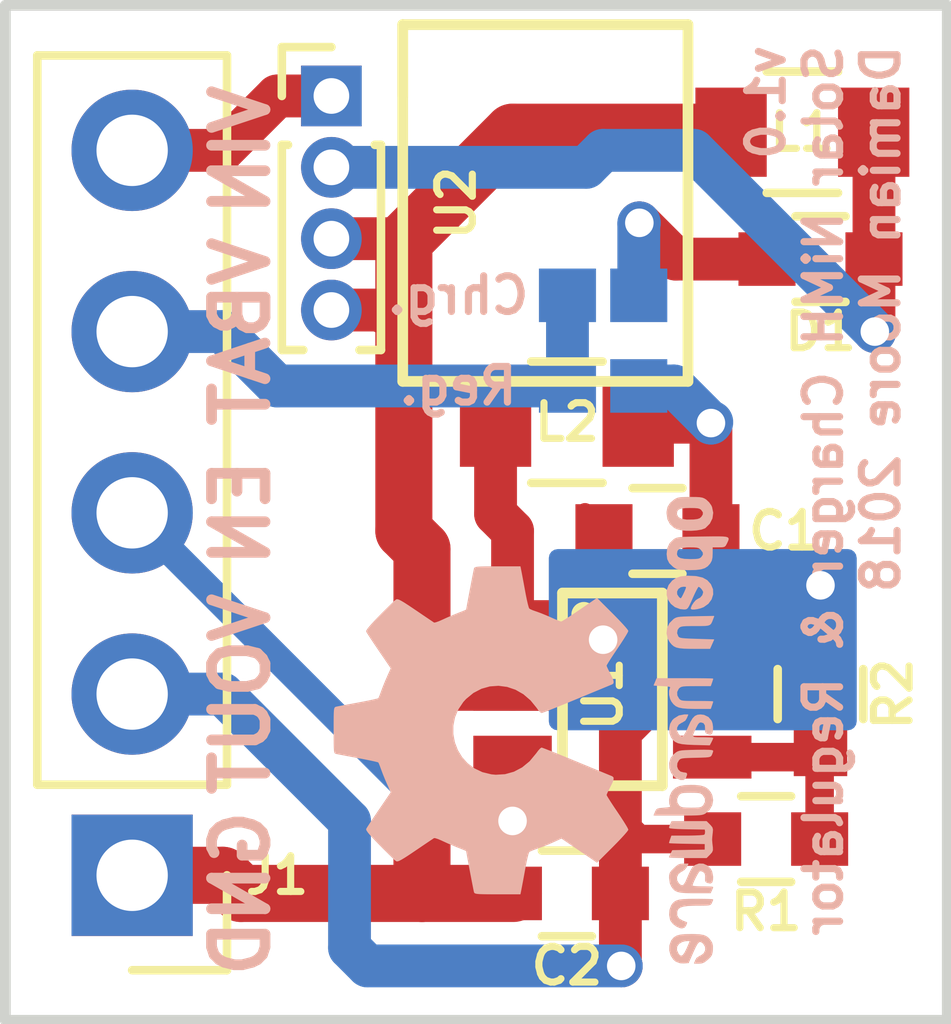
<source format=kicad_pcb>
(kicad_pcb (version 4) (host pcbnew 4.0.7-e2-6376~61~ubuntu18.04.1)

  (general
    (links 23)
    (no_connects 0)
    (area 135.052999 100.762999 148.411001 115.137001)
    (thickness 1.6)
    (drawings 10)
    (tracks 88)
    (zones 0)
    (modules 13)
    (nets 11)
  )

  (page A4)
  (layers
    (0 F.Cu signal)
    (31 B.Cu signal)
    (32 B.Adhes user)
    (33 F.Adhes user)
    (34 B.Paste user)
    (35 F.Paste user)
    (36 B.SilkS user)
    (37 F.SilkS user)
    (38 B.Mask user)
    (39 F.Mask user)
    (40 Dwgs.User user)
    (41 Cmts.User user)
    (42 Eco1.User user)
    (43 Eco2.User user)
    (44 Edge.Cuts user)
    (45 Margin user)
    (46 B.CrtYd user hide)
    (47 F.CrtYd user hide)
    (48 B.Fab user hide)
    (49 F.Fab user hide)
  )

  (setup
    (last_trace_width 0.25)
    (user_trace_width 0.4)
    (user_trace_width 0.6)
    (user_trace_width 0.8)
    (trace_clearance 0.2)
    (zone_clearance 0.25)
    (zone_45_only no)
    (trace_min 0.2)
    (segment_width 0.2)
    (edge_width 0.15)
    (via_size 0.6)
    (via_drill 0.4)
    (via_min_size 0.4)
    (via_min_drill 0.3)
    (uvia_size 0.3)
    (uvia_drill 0.1)
    (uvias_allowed no)
    (uvia_min_size 0.2)
    (uvia_min_drill 0.1)
    (pcb_text_width 0.3)
    (pcb_text_size 1.5 1.5)
    (mod_edge_width 0.15)
    (mod_text_size 1 1)
    (mod_text_width 0.15)
    (pad_size 2.49936 2.49936)
    (pad_drill 1.00076)
    (pad_to_mask_clearance 0.2)
    (aux_axis_origin 0 0)
    (visible_elements FFFFFF7F)
    (pcbplotparams
      (layerselection 0x00030_80000001)
      (usegerberextensions false)
      (excludeedgelayer true)
      (linewidth 0.100000)
      (plotframeref false)
      (viasonmask false)
      (mode 1)
      (useauxorigin false)
      (hpglpennumber 1)
      (hpglpenspeed 20)
      (hpglpendiameter 15)
      (hpglpenoverlay 2)
      (psnegative false)
      (psa4output false)
      (plotreference true)
      (plotvalue true)
      (plotinvisibletext false)
      (padsonsilk false)
      (subtractmaskfromsilk false)
      (outputformat 1)
      (mirror false)
      (drillshape 1)
      (scaleselection 1)
      (outputdirectory ""))
  )

  (net 0 "")
  (net 1 GND)
  (net 2 "Net-(R1-Pad2)")
  (net 3 VOUT)
  (net 4 EN)
  (net 5 VIN)
  (net 6 "Net-(D1-Pad2)")
  (net 7 VBAT)
  (net 8 "Net-(C1-Pad1)")
  (net 9 "Net-(D1-Pad1)")
  (net 10 "Net-(L2-Pad2)")

  (net_class Default "This is the default net class."
    (clearance 0.2)
    (trace_width 0.25)
    (via_dia 0.6)
    (via_drill 0.4)
    (uvia_dia 0.3)
    (uvia_drill 0.1)
    (add_net EN)
    (add_net GND)
    (add_net "Net-(C1-Pad1)")
    (add_net "Net-(D1-Pad1)")
    (add_net "Net-(D1-Pad2)")
    (add_net "Net-(L2-Pad2)")
    (add_net "Net-(R1-Pad2)")
    (add_net VBAT)
    (add_net VIN)
    (add_net VOUT)
  )

  (module Pin_Headers:Pin_Header_Straight_1x05_Pitch2.54mm (layer F.Cu) (tedit 5B05AA93) (tstamp 5B030E5B)
    (at 136.906 113.03 180)
    (descr "Through hole straight pin header, 1x05, 2.54mm pitch, single row")
    (tags "Through hole pin header THT 1x05 2.54mm single row")
    (path /5B0272E6)
    (fp_text reference J1 (at -2.032 0 180) (layer F.SilkS)
      (effects (font (size 0.5 0.5) (thickness 0.1)))
    )
    (fp_text value Conn_01x05 (at 2.794 5.08 270) (layer F.Fab)
      (effects (font (size 1 1) (thickness 0.15)))
    )
    (fp_line (start -0.635 -1.27) (end 1.27 -1.27) (layer F.Fab) (width 0.1))
    (fp_line (start 1.27 -1.27) (end 1.27 11.43) (layer F.Fab) (width 0.1))
    (fp_line (start 1.27 11.43) (end -1.27 11.43) (layer F.Fab) (width 0.1))
    (fp_line (start -1.27 11.43) (end -1.27 -0.635) (layer F.Fab) (width 0.1))
    (fp_line (start -1.27 -0.635) (end -0.635 -1.27) (layer F.Fab) (width 0.1))
    (fp_line (start -1.33 11.49) (end 1.33 11.49) (layer F.SilkS) (width 0.12))
    (fp_line (start -1.33 1.27) (end -1.33 11.49) (layer F.SilkS) (width 0.12))
    (fp_line (start 1.33 1.27) (end 1.33 11.49) (layer F.SilkS) (width 0.12))
    (fp_line (start -1.33 1.27) (end 1.33 1.27) (layer F.SilkS) (width 0.12))
    (fp_line (start -1.33 0) (end -1.33 -1.33) (layer F.SilkS) (width 0.12))
    (fp_line (start -1.33 -1.33) (end 0 -1.33) (layer F.SilkS) (width 0.12))
    (fp_line (start -1.8 -1.8) (end -1.8 11.95) (layer F.CrtYd) (width 0.05))
    (fp_line (start -1.8 11.95) (end 1.8 11.95) (layer F.CrtYd) (width 0.05))
    (fp_line (start 1.8 11.95) (end 1.8 -1.8) (layer F.CrtYd) (width 0.05))
    (fp_line (start 1.8 -1.8) (end -1.8 -1.8) (layer F.CrtYd) (width 0.05))
    (fp_text user %R (at 0 5.08 270) (layer F.Fab)
      (effects (font (size 1 1) (thickness 0.15)))
    )
    (pad 1 thru_hole rect (at 0 0 180) (size 1.7 1.7) (drill 1) (layers *.Cu *.Mask)
      (net 1 GND))
    (pad 2 thru_hole oval (at 0 2.54 180) (size 1.7 1.7) (drill 1) (layers *.Cu *.Mask)
      (net 3 VOUT))
    (pad 3 thru_hole oval (at 0 5.08 180) (size 1.7 1.7) (drill 1) (layers *.Cu *.Mask)
      (net 4 EN))
    (pad 4 thru_hole oval (at 0 7.62 180) (size 1.7 1.7) (drill 1) (layers *.Cu *.Mask)
      (net 7 VBAT))
    (pad 5 thru_hole oval (at 0 10.16 180) (size 1.7 1.7) (drill 1) (layers *.Cu *.Mask)
      (net 5 VIN))
    (model ${KISYS3DMOD}/Pin_Headers.3dshapes/Pin_Header_Straight_1x05_Pitch2.54mm.wrl
      (at (xyz 0 0 0))
      (scale (xyz 1 1 1))
      (rotate (xyz 0 0 0))
    )
  )

  (module Capacitors_SMD:C_0603 (layer F.Cu) (tedit 5B06710F) (tstamp 5B066EF3)
    (at 146.558 110.49 90)
    (descr "Capacitor SMD 0603, reflow soldering, AVX (see smccp.pdf)")
    (tags "capacitor 0603")
    (path /5B017DC4)
    (attr smd)
    (fp_text reference R2 (at 0 1.016 90) (layer F.SilkS)
      (effects (font (size 0.5 0.5) (thickness 0.1)))
    )
    (fp_text value R (at 0 0 90) (layer F.Fab)
      (effects (font (size 1 1) (thickness 0.15)))
    )
    (fp_line (start 1.4 0.65) (end -1.4 0.65) (layer F.CrtYd) (width 0.05))
    (fp_line (start 1.4 0.65) (end 1.4 -0.65) (layer F.CrtYd) (width 0.05))
    (fp_line (start -1.4 -0.65) (end -1.4 0.65) (layer F.CrtYd) (width 0.05))
    (fp_line (start -1.4 -0.65) (end 1.4 -0.65) (layer F.CrtYd) (width 0.05))
    (fp_line (start 0.35 0.6) (end -0.35 0.6) (layer F.SilkS) (width 0.12))
    (fp_line (start -0.35 -0.6) (end 0.35 -0.6) (layer F.SilkS) (width 0.12))
    (fp_line (start -0.8 -0.4) (end 0.8 -0.4) (layer F.Fab) (width 0.1))
    (fp_line (start 0.8 -0.4) (end 0.8 0.4) (layer F.Fab) (width 0.1))
    (fp_line (start 0.8 0.4) (end -0.8 0.4) (layer F.Fab) (width 0.1))
    (fp_line (start -0.8 0.4) (end -0.8 -0.4) (layer F.Fab) (width 0.1))
    (fp_text user %R (at 0 0 90) (layer F.Fab)
      (effects (font (size 0.3 0.3) (thickness 0.075)))
    )
    (pad 2 smd rect (at 0.75 0 90) (size 0.8 0.75) (layers F.Cu F.Paste F.Mask)
      (net 1 GND))
    (pad 1 smd rect (at -0.75 0 90) (size 0.8 0.75) (layers F.Cu F.Paste F.Mask)
      (net 2 "Net-(R1-Pad2)"))
    (model Capacitors_SMD.3dshapes/C_0603.wrl
      (at (xyz 0 0 0))
      (scale (xyz 1 1 1))
      (rotate (xyz 0 0 0))
    )
  )

  (module kicad-custom-parts:SOT-23-6 (layer F.Cu) (tedit 5B067124) (tstamp 5B05A658)
    (at 142.24 109.474 270)
    (path /5B0DAF35)
    (fp_text reference U1 (at 1.016 -1.27 270) (layer F.SilkS)
      (effects (font (size 0.5 0.5) (thickness 0.1)))
    )
    (fp_text value TPS61070 (at 0.762 -7.112 270) (layer F.Fab)
      (effects (font (size 1 1) (thickness 0.15)))
    )
    (fp_circle (center -0.1 -1) (end -0.1 -0.9) (layer F.SilkS) (width 0.15))
    (fp_line (start -0.4 -2.1) (end 2.3 -2.1) (layer F.SilkS) (width 0.15))
    (fp_line (start 2.3 -2.1) (end 2.3 -0.7) (layer F.SilkS) (width 0.15))
    (fp_line (start 2.3 -0.7) (end -0.4 -0.7) (layer F.SilkS) (width 0.15))
    (fp_line (start -0.4 -0.7) (end -0.4 -2.1) (layer F.SilkS) (width 0.15))
    (pad 1 smd rect (at 0 0 270) (size 0.6 1.1) (layers F.Cu F.Paste F.Mask)
      (net 10 "Net-(L2-Pad2)"))
    (pad 2 smd rect (at 0.95 0 270) (size 0.6 1.1) (layers F.Cu F.Paste F.Mask)
      (net 1 GND))
    (pad 3 smd rect (at 1.9 0 270) (size 0.6 1.1) (layers F.Cu F.Paste F.Mask)
      (net 4 EN))
    (pad 4 smd rect (at 1.9 -2.8 270) (size 0.6 1.1) (layers F.Cu F.Paste F.Mask)
      (net 2 "Net-(R1-Pad2)"))
    (pad 5 smd rect (at 0.95 -2.8 270) (size 0.6 1.1) (layers F.Cu F.Paste F.Mask)
      (net 3 VOUT))
    (pad 6 smd rect (at 0 -2.8 270) (size 0.6 1.1) (layers F.Cu F.Paste F.Mask)
      (net 8 "Net-(C1-Pad1)"))
  )

  (module Capacitors_SMD:C_0603 (layer F.Cu) (tedit 5B0AB9DE) (tstamp 5B066EDB)
    (at 144.272 108.204 180)
    (descr "Capacitor SMD 0603, reflow soldering, AVX (see smccp.pdf)")
    (tags "capacitor 0603")
    (path /5B017BBC)
    (attr smd)
    (fp_text reference C1 (at -1.778 0 180) (layer F.SilkS)
      (effects (font (size 0.5 0.5) (thickness 0.1)))
    )
    (fp_text value C (at 0 0 180) (layer F.Fab)
      (effects (font (size 1 1) (thickness 0.15)))
    )
    (fp_line (start 1.4 0.65) (end -1.4 0.65) (layer F.CrtYd) (width 0.05))
    (fp_line (start 1.4 0.65) (end 1.4 -0.65) (layer F.CrtYd) (width 0.05))
    (fp_line (start -1.4 -0.65) (end -1.4 0.65) (layer F.CrtYd) (width 0.05))
    (fp_line (start -1.4 -0.65) (end 1.4 -0.65) (layer F.CrtYd) (width 0.05))
    (fp_line (start 0.35 0.6) (end -0.35 0.6) (layer F.SilkS) (width 0.12))
    (fp_line (start -0.35 -0.6) (end 0.35 -0.6) (layer F.SilkS) (width 0.12))
    (fp_line (start -0.8 -0.4) (end 0.8 -0.4) (layer F.Fab) (width 0.1))
    (fp_line (start 0.8 -0.4) (end 0.8 0.4) (layer F.Fab) (width 0.1))
    (fp_line (start 0.8 0.4) (end -0.8 0.4) (layer F.Fab) (width 0.1))
    (fp_line (start -0.8 0.4) (end -0.8 -0.4) (layer F.Fab) (width 0.1))
    (fp_text user %R (at 0 0 180) (layer F.Fab)
      (effects (font (size 0.3 0.3) (thickness 0.075)))
    )
    (pad 2 smd rect (at 0.75 0 180) (size 0.8 0.75) (layers F.Cu F.Paste F.Mask)
      (net 1 GND))
    (pad 1 smd rect (at -0.75 0 180) (size 0.8 0.75) (layers F.Cu F.Paste F.Mask)
      (net 8 "Net-(C1-Pad1)"))
    (model Capacitors_SMD.3dshapes/C_0603.wrl
      (at (xyz 0 0 0))
      (scale (xyz 1 1 1))
      (rotate (xyz 0 0 0))
    )
  )

  (module Capacitors_SMD:C_0603 (layer F.Cu) (tedit 5B06711A) (tstamp 5B066EE1)
    (at 143.002 113.284 180)
    (descr "Capacitor SMD 0603, reflow soldering, AVX (see smccp.pdf)")
    (tags "capacitor 0603")
    (path /5B017FB1)
    (attr smd)
    (fp_text reference C2 (at 0 -1.016 180) (layer F.SilkS)
      (effects (font (size 0.5 0.5) (thickness 0.1)))
    )
    (fp_text value C (at 0 0 180) (layer F.Fab)
      (effects (font (size 1 1) (thickness 0.15)))
    )
    (fp_line (start 1.4 0.65) (end -1.4 0.65) (layer F.CrtYd) (width 0.05))
    (fp_line (start 1.4 0.65) (end 1.4 -0.65) (layer F.CrtYd) (width 0.05))
    (fp_line (start -1.4 -0.65) (end -1.4 0.65) (layer F.CrtYd) (width 0.05))
    (fp_line (start -1.4 -0.65) (end 1.4 -0.65) (layer F.CrtYd) (width 0.05))
    (fp_line (start 0.35 0.6) (end -0.35 0.6) (layer F.SilkS) (width 0.12))
    (fp_line (start -0.35 -0.6) (end 0.35 -0.6) (layer F.SilkS) (width 0.12))
    (fp_line (start -0.8 -0.4) (end 0.8 -0.4) (layer F.Fab) (width 0.1))
    (fp_line (start 0.8 -0.4) (end 0.8 0.4) (layer F.Fab) (width 0.1))
    (fp_line (start 0.8 0.4) (end -0.8 0.4) (layer F.Fab) (width 0.1))
    (fp_line (start -0.8 0.4) (end -0.8 -0.4) (layer F.Fab) (width 0.1))
    (fp_text user %R (at 0 0 180) (layer F.Fab)
      (effects (font (size 0.3 0.3) (thickness 0.075)))
    )
    (pad 2 smd rect (at 0.75 0 180) (size 0.8 0.75) (layers F.Cu F.Paste F.Mask)
      (net 1 GND))
    (pad 1 smd rect (at -0.75 0 180) (size 0.8 0.75) (layers F.Cu F.Paste F.Mask)
      (net 3 VOUT))
    (model Capacitors_SMD.3dshapes/C_0603.wrl
      (at (xyz 0 0 0))
      (scale (xyz 1 1 1))
      (rotate (xyz 0 0 0))
    )
  )

  (module Capacitors_SMD:C_0603 (layer F.Cu) (tedit 5B0735FC) (tstamp 5B066EED)
    (at 145.796 112.522)
    (descr "Capacitor SMD 0603, reflow soldering, AVX (see smccp.pdf)")
    (tags "capacitor 0603")
    (path /5B017D77)
    (attr smd)
    (fp_text reference R1 (at 0 1.016) (layer F.SilkS)
      (effects (font (size 0.5 0.5) (thickness 0.1)))
    )
    (fp_text value R (at 0 0) (layer F.Fab)
      (effects (font (size 1 1) (thickness 0.15)))
    )
    (fp_line (start 1.4 0.65) (end -1.4 0.65) (layer F.CrtYd) (width 0.05))
    (fp_line (start 1.4 0.65) (end 1.4 -0.65) (layer F.CrtYd) (width 0.05))
    (fp_line (start -1.4 -0.65) (end -1.4 0.65) (layer F.CrtYd) (width 0.05))
    (fp_line (start -1.4 -0.65) (end 1.4 -0.65) (layer F.CrtYd) (width 0.05))
    (fp_line (start 0.35 0.6) (end -0.35 0.6) (layer F.SilkS) (width 0.12))
    (fp_line (start -0.35 -0.6) (end 0.35 -0.6) (layer F.SilkS) (width 0.12))
    (fp_line (start -0.8 -0.4) (end 0.8 -0.4) (layer F.Fab) (width 0.1))
    (fp_line (start 0.8 -0.4) (end 0.8 0.4) (layer F.Fab) (width 0.1))
    (fp_line (start 0.8 0.4) (end -0.8 0.4) (layer F.Fab) (width 0.1))
    (fp_line (start -0.8 0.4) (end -0.8 -0.4) (layer F.Fab) (width 0.1))
    (fp_text user %R (at 0 0) (layer F.Fab)
      (effects (font (size 0.3 0.3) (thickness 0.075)))
    )
    (pad 2 smd rect (at 0.75 0) (size 0.8 0.75) (layers F.Cu F.Paste F.Mask)
      (net 2 "Net-(R1-Pad2)"))
    (pad 1 smd rect (at -0.75 0) (size 0.8 0.75) (layers F.Cu F.Paste F.Mask)
      (net 3 VOUT))
    (model Capacitors_SMD.3dshapes/C_0603.wrl
      (at (xyz 0 0 0))
      (scale (xyz 1 1 1))
      (rotate (xyz 0 0 0))
    )
  )

  (module Capacitors_SMD:C_0603 (layer F.Cu) (tedit 5B0A7F4E) (tstamp 5B0A881F)
    (at 146.558 104.394)
    (descr "Capacitor SMD 0603, reflow soldering, AVX (see smccp.pdf)")
    (tags "capacitor 0603")
    (path /5B0A739B)
    (attr smd)
    (fp_text reference D1 (at 0 1.016) (layer F.SilkS)
      (effects (font (size 0.5 0.5) (thickness 0.1)))
    )
    (fp_text value D_Schottky (at 0 1.5) (layer F.Fab)
      (effects (font (size 1 1) (thickness 0.15)))
    )
    (fp_line (start 1.4 0.65) (end -1.4 0.65) (layer F.CrtYd) (width 0.05))
    (fp_line (start 1.4 0.65) (end 1.4 -0.65) (layer F.CrtYd) (width 0.05))
    (fp_line (start -1.4 -0.65) (end -1.4 0.65) (layer F.CrtYd) (width 0.05))
    (fp_line (start -1.4 -0.65) (end 1.4 -0.65) (layer F.CrtYd) (width 0.05))
    (fp_line (start 0.35 0.6) (end -0.35 0.6) (layer F.SilkS) (width 0.12))
    (fp_line (start -0.35 -0.6) (end 0.35 -0.6) (layer F.SilkS) (width 0.12))
    (fp_line (start -0.8 -0.4) (end 0.8 -0.4) (layer F.Fab) (width 0.1))
    (fp_line (start 0.8 -0.4) (end 0.8 0.4) (layer F.Fab) (width 0.1))
    (fp_line (start 0.8 0.4) (end -0.8 0.4) (layer F.Fab) (width 0.1))
    (fp_line (start -0.8 0.4) (end -0.8 -0.4) (layer F.Fab) (width 0.1))
    (fp_text user %R (at 0 0) (layer F.Fab)
      (effects (font (size 0.3 0.3) (thickness 0.075)))
    )
    (pad 2 smd rect (at 0.75 0) (size 0.8 0.75) (layers F.Cu F.Paste F.Mask)
      (net 6 "Net-(D1-Pad2)"))
    (pad 1 smd rect (at -0.75 0) (size 0.8 0.75) (layers F.Cu F.Paste F.Mask)
      (net 9 "Net-(D1-Pad1)"))
    (model Capacitors_SMD.3dshapes/C_0603.wrl
      (at (xyz 0 0 0))
      (scale (xyz 1 1 1))
      (rotate (xyz 0 0 0))
    )
  )

  (module kicad-custom-parts:Solder_Bridge (layer B.Cu) (tedit 5B0AB314) (tstamp 5B0A9A30)
    (at 143.51 104.902 180)
    (descr "Capacitor SMD 0603, reflow soldering, AVX (see smccp.pdf)")
    (tags "capacitor 0603")
    (path /5B0A82C9)
    (attr smd)
    (fp_text reference Chrg. (at 2.032 0 180) (layer B.SilkS)
      (effects (font (size 0.5 0.5) (thickness 0.1)) (justify mirror))
    )
    (fp_text value SW_SPST (at 0 -1.5 180) (layer B.Fab)
      (effects (font (size 1 1) (thickness 0.15)) (justify mirror))
    )
    (pad 2 smd rect (at 0.5 0 180) (size 0.8 0.75) (layers B.Cu B.Paste B.Mask)
      (net 7 VBAT))
    (pad 1 smd rect (at -0.5 0 180) (size 0.8 0.75) (layers B.Cu B.Paste B.Mask)
      (net 9 "Net-(D1-Pad1)"))
    (model Capacitors_SMD.3dshapes/C_0603.wrl
      (at (xyz 0 0 0))
      (scale (xyz 1 1 1))
      (rotate (xyz 0 0 0))
    )
  )

  (module kicad-custom-parts:Solder_Bridge (layer B.Cu) (tedit 5B0AB2FD) (tstamp 5B0A9A36)
    (at 143.51 106.172)
    (descr "Capacitor SMD 0603, reflow soldering, AVX (see smccp.pdf)")
    (tags "capacitor 0603")
    (path /5B0A8462)
    (attr smd)
    (fp_text reference Reg. (at -2.032 0) (layer B.SilkS)
      (effects (font (size 0.5 0.5) (thickness 0.1)) (justify mirror))
    )
    (fp_text value SW_SPST (at 0 -1.5) (layer B.Fab)
      (effects (font (size 1 1) (thickness 0.15)) (justify mirror))
    )
    (pad 2 smd rect (at 0.5 0) (size 0.8 0.75) (layers B.Cu B.Paste B.Mask)
      (net 8 "Net-(C1-Pad1)"))
    (pad 1 smd rect (at -0.5 0) (size 0.8 0.75) (layers B.Cu B.Paste B.Mask)
      (net 7 VBAT))
    (model Capacitors_SMD.3dshapes/C_0603.wrl
      (at (xyz 0 0 0))
      (scale (xyz 1 1 1))
      (rotate (xyz 0 0 0))
    )
  )

  (module Capacitors_SMD:C_0805 (layer F.Cu) (tedit 5B0AAC4F) (tstamp 5B0AB185)
    (at 146.304 102.616 180)
    (descr "Capacitor SMD 0805, reflow soldering, AVX (see smccp.pdf)")
    (tags "capacitor 0805")
    (path /5B051D13)
    (attr smd)
    (fp_text reference L1 (at 0 0 180) (layer F.SilkS)
      (effects (font (size 0.5 0.5) (thickness 0.1)))
    )
    (fp_text value L (at 0 1.75 180) (layer F.Fab)
      (effects (font (size 1 1) (thickness 0.15)))
    )
    (fp_text user %R (at 0 -1.5 180) (layer F.Fab)
      (effects (font (size 1 1) (thickness 0.15)))
    )
    (fp_line (start -1 0.62) (end -1 -0.62) (layer F.Fab) (width 0.1))
    (fp_line (start 1 0.62) (end -1 0.62) (layer F.Fab) (width 0.1))
    (fp_line (start 1 -0.62) (end 1 0.62) (layer F.Fab) (width 0.1))
    (fp_line (start -1 -0.62) (end 1 -0.62) (layer F.Fab) (width 0.1))
    (fp_line (start 0.5 -0.85) (end -0.5 -0.85) (layer F.SilkS) (width 0.12))
    (fp_line (start -0.5 0.85) (end 0.5 0.85) (layer F.SilkS) (width 0.12))
    (fp_line (start -1.75 -0.88) (end 1.75 -0.88) (layer F.CrtYd) (width 0.05))
    (fp_line (start -1.75 -0.88) (end -1.75 0.87) (layer F.CrtYd) (width 0.05))
    (fp_line (start 1.75 0.87) (end 1.75 -0.88) (layer F.CrtYd) (width 0.05))
    (fp_line (start 1.75 0.87) (end -1.75 0.87) (layer F.CrtYd) (width 0.05))
    (pad 1 smd rect (at -1 0 180) (size 1 1.25) (layers F.Cu F.Paste F.Mask)
      (net 6 "Net-(D1-Pad2)"))
    (pad 2 smd rect (at 1 0 180) (size 1 1.25) (layers F.Cu F.Paste F.Mask)
      (net 1 GND))
    (model Capacitors_SMD.3dshapes/C_0805.wrl
      (at (xyz 0 0 0))
      (scale (xyz 1 1 1))
      (rotate (xyz 0 0 0))
    )
  )

  (module Capacitors_SMD:C_0805 (layer F.Cu) (tedit 5B0AB2A1) (tstamp 5B0AB196)
    (at 143.002 106.68 180)
    (descr "Capacitor SMD 0805, reflow soldering, AVX (see smccp.pdf)")
    (tags "capacitor 0805")
    (path /5B017B38)
    (attr smd)
    (fp_text reference L2 (at 0 0 180) (layer F.SilkS)
      (effects (font (size 0.5 0.5) (thickness 0.1)))
    )
    (fp_text value L (at 0 1.75 180) (layer F.Fab)
      (effects (font (size 1 1) (thickness 0.15)))
    )
    (fp_text user %R (at 0 -1.5 180) (layer F.Fab)
      (effects (font (size 1 1) (thickness 0.15)))
    )
    (fp_line (start -1 0.62) (end -1 -0.62) (layer F.Fab) (width 0.1))
    (fp_line (start 1 0.62) (end -1 0.62) (layer F.Fab) (width 0.1))
    (fp_line (start 1 -0.62) (end 1 0.62) (layer F.Fab) (width 0.1))
    (fp_line (start -1 -0.62) (end 1 -0.62) (layer F.Fab) (width 0.1))
    (fp_line (start 0.5 -0.85) (end -0.5 -0.85) (layer F.SilkS) (width 0.12))
    (fp_line (start -0.5 0.85) (end 0.5 0.85) (layer F.SilkS) (width 0.12))
    (fp_line (start -1.75 -0.88) (end 1.75 -0.88) (layer F.CrtYd) (width 0.05))
    (fp_line (start -1.75 -0.88) (end -1.75 0.87) (layer F.CrtYd) (width 0.05))
    (fp_line (start 1.75 0.87) (end 1.75 -0.88) (layer F.CrtYd) (width 0.05))
    (fp_line (start 1.75 0.87) (end -1.75 0.87) (layer F.CrtYd) (width 0.05))
    (pad 1 smd rect (at -1 0 180) (size 1 1.25) (layers F.Cu F.Paste F.Mask)
      (net 8 "Net-(C1-Pad1)"))
    (pad 2 smd rect (at 1 0 180) (size 1 1.25) (layers F.Cu F.Paste F.Mask)
      (net 10 "Net-(L2-Pad2)"))
    (model Capacitors_SMD.3dshapes/C_0805.wrl
      (at (xyz 0 0 0))
      (scale (xyz 1 1 1))
      (rotate (xyz 0 0 0))
    )
  )

  (module kicad-custom-parts:YX805-Angled (layer F.Cu) (tedit 5B0BEFDF) (tstamp 5B05A7F6)
    (at 139.7 102.108)
    (descr "Through hole straight pin header, 1x04, 1.00mm pitch, single row")
    (tags "Through hole pin header THT 1x04 1.00mm single row")
    (path /5B05A41D)
    (fp_text reference U2 (at 1.75 1.5 90) (layer F.SilkS)
      (effects (font (size 0.5 0.5) (thickness 0.1)))
    )
    (fp_text value YX805 (at -2.54 1.524 90) (layer F.Fab)
      (effects (font (size 1 1) (thickness 0.15)))
    )
    (fp_line (start 1 -1) (end 1 4) (layer F.SilkS) (width 0.15))
    (fp_line (start 1 4) (end 5 4) (layer F.SilkS) (width 0.15))
    (fp_line (start 5 4) (end 5 -1) (layer F.SilkS) (width 0.15))
    (fp_line (start 5 -1) (end 1 -1) (layer F.SilkS) (width 0.15))
    (fp_line (start 1 -1) (end 1 0) (layer F.SilkS) (width 0.15))
    (fp_line (start -0.3175 -0.5) (end 0.635 -0.5) (layer F.Fab) (width 0.1))
    (fp_line (start 0.635 -0.5) (end 0.635 3.5) (layer F.Fab) (width 0.1))
    (fp_line (start 0.635 3.5) (end -0.635 3.5) (layer F.Fab) (width 0.1))
    (fp_line (start -0.635 3.5) (end -0.635 -0.1825) (layer F.Fab) (width 0.1))
    (fp_line (start -0.635 -0.1825) (end -0.3175 -0.5) (layer F.Fab) (width 0.1))
    (fp_line (start -0.695 3.56) (end -0.394493 3.56) (layer F.SilkS) (width 0.12))
    (fp_line (start 0.394493 3.56) (end 0.695 3.56) (layer F.SilkS) (width 0.12))
    (fp_line (start -0.695 0.685) (end -0.695 3.56) (layer F.SilkS) (width 0.12))
    (fp_line (start 0.695 0.685) (end 0.695 3.56) (layer F.SilkS) (width 0.12))
    (fp_line (start -0.695 0.685) (end -0.608276 0.685) (layer F.SilkS) (width 0.12))
    (fp_line (start 0.608276 0.685) (end 0.695 0.685) (layer F.SilkS) (width 0.12))
    (fp_line (start -0.695 0) (end -0.695 -0.685) (layer F.SilkS) (width 0.12))
    (fp_line (start -0.695 -0.685) (end 0 -0.685) (layer F.SilkS) (width 0.12))
    (fp_line (start -1.15 -1) (end -1.15 4) (layer F.CrtYd) (width 0.05))
    (fp_line (start -1.15 4) (end 1.15 4) (layer F.CrtYd) (width 0.05))
    (fp_line (start 0.9 4) (end 0.9 -1) (layer F.CrtYd) (width 0.05))
    (fp_line (start 1.15 -1) (end -1.15 -1) (layer F.CrtYd) (width 0.05))
    (fp_text user %R (at 0 1.5 90) (layer F.Fab)
      (effects (font (size 0.76 0.76) (thickness 0.114)))
    )
    (pad 1 thru_hole rect (at 0 0) (size 0.85 0.85) (drill 0.5) (layers *.Cu *.Mask)
      (net 5 VIN))
    (pad 2 thru_hole oval (at 0 1) (size 0.85 0.85) (drill 0.5) (layers *.Cu *.Mask)
      (net 6 "Net-(D1-Pad2)"))
    (pad 3 thru_hole oval (at 0 2) (size 0.85 0.85) (drill 0.5) (layers *.Cu *.Mask)
      (net 1 GND))
    (pad 4 thru_hole oval (at 0 3) (size 0.85 0.85) (drill 0.5) (layers *.Cu *.Mask)
      (net 1 GND))
    (model ${KISYS3DMOD}/Pin_Headers.3dshapes/Pin_Header_Straight_1x04_Pitch1.00mm.wrl
      (at (xyz 0 0 0))
      (scale (xyz 1 1 1))
      (rotate (xyz 0 0 0))
    )
  )

  (module Symbols:OSHW-Logo2_7.3x6mm_SilkScreen (layer B.Cu) (tedit 0) (tstamp 5B4D7E7F)
    (at 142.494 110.998 270)
    (descr "Open Source Hardware Symbol")
    (tags "Logo Symbol OSHW")
    (attr virtual)
    (fp_text reference REF*** (at 0 0 270) (layer B.SilkS) hide
      (effects (font (size 1 1) (thickness 0.15)) (justify mirror))
    )
    (fp_text value OSHW-Logo2_7.3x6mm_SilkScreen (at 0.75 0 270) (layer B.Fab) hide
      (effects (font (size 1 1) (thickness 0.15)) (justify mirror))
    )
    (fp_poly (pts (xy -2.400256 -1.919918) (xy -2.344799 -1.947568) (xy -2.295852 -1.99848) (xy -2.282371 -2.017338)
      (xy -2.267686 -2.042015) (xy -2.258158 -2.068816) (xy -2.252707 -2.104587) (xy -2.250253 -2.156169)
      (xy -2.249714 -2.224267) (xy -2.252148 -2.317588) (xy -2.260606 -2.387657) (xy -2.276826 -2.439931)
      (xy -2.302546 -2.479869) (xy -2.339503 -2.512929) (xy -2.342218 -2.514886) (xy -2.37864 -2.534908)
      (xy -2.422498 -2.544815) (xy -2.478276 -2.547257) (xy -2.568952 -2.547257) (xy -2.56899 -2.635283)
      (xy -2.569834 -2.684308) (xy -2.574976 -2.713065) (xy -2.588413 -2.730311) (xy -2.614142 -2.744808)
      (xy -2.620321 -2.747769) (xy -2.649236 -2.761648) (xy -2.671624 -2.770414) (xy -2.688271 -2.771171)
      (xy -2.699964 -2.761023) (xy -2.70749 -2.737073) (xy -2.711634 -2.696426) (xy -2.713185 -2.636186)
      (xy -2.712929 -2.553455) (xy -2.711651 -2.445339) (xy -2.711252 -2.413) (xy -2.709815 -2.301524)
      (xy -2.708528 -2.228603) (xy -2.569029 -2.228603) (xy -2.568245 -2.290499) (xy -2.56476 -2.330997)
      (xy -2.556876 -2.357708) (xy -2.542895 -2.378244) (xy -2.533403 -2.38826) (xy -2.494596 -2.417567)
      (xy -2.460237 -2.419952) (xy -2.424784 -2.39575) (xy -2.423886 -2.394857) (xy -2.409461 -2.376153)
      (xy -2.400687 -2.350732) (xy -2.396261 -2.311584) (xy -2.394882 -2.251697) (xy -2.394857 -2.23843)
      (xy -2.398188 -2.155901) (xy -2.409031 -2.098691) (xy -2.42866 -2.063766) (xy -2.45835 -2.048094)
      (xy -2.475509 -2.046514) (xy -2.516234 -2.053926) (xy -2.544168 -2.07833) (xy -2.560983 -2.12298)
      (xy -2.56835 -2.19113) (xy -2.569029 -2.228603) (xy -2.708528 -2.228603) (xy -2.708292 -2.215245)
      (xy -2.706323 -2.150333) (xy -2.70355 -2.102958) (xy -2.699612 -2.06929) (xy -2.694151 -2.045498)
      (xy -2.686808 -2.027753) (xy -2.677223 -2.012224) (xy -2.673113 -2.006381) (xy -2.618595 -1.951185)
      (xy -2.549664 -1.91989) (xy -2.469928 -1.911165) (xy -2.400256 -1.919918)) (layer B.SilkS) (width 0.01))
    (fp_poly (pts (xy -1.283907 -1.92778) (xy -1.237328 -1.954723) (xy -1.204943 -1.981466) (xy -1.181258 -2.009484)
      (xy -1.164941 -2.043748) (xy -1.154661 -2.089227) (xy -1.149086 -2.150892) (xy -1.146884 -2.233711)
      (xy -1.146629 -2.293246) (xy -1.146629 -2.512391) (xy -1.208314 -2.540044) (xy -1.27 -2.567697)
      (xy -1.277257 -2.32767) (xy -1.280256 -2.238028) (xy -1.283402 -2.172962) (xy -1.287299 -2.128026)
      (xy -1.292553 -2.09877) (xy -1.299769 -2.080748) (xy -1.30955 -2.069511) (xy -1.312688 -2.067079)
      (xy -1.360239 -2.048083) (xy -1.408303 -2.0556) (xy -1.436914 -2.075543) (xy -1.448553 -2.089675)
      (xy -1.456609 -2.10822) (xy -1.461729 -2.136334) (xy -1.464559 -2.179173) (xy -1.465744 -2.241895)
      (xy -1.465943 -2.307261) (xy -1.465982 -2.389268) (xy -1.467386 -2.447316) (xy -1.472086 -2.486465)
      (xy -1.482013 -2.51178) (xy -1.499097 -2.528323) (xy -1.525268 -2.541156) (xy -1.560225 -2.554491)
      (xy -1.598404 -2.569007) (xy -1.593859 -2.311389) (xy -1.592029 -2.218519) (xy -1.589888 -2.149889)
      (xy -1.586819 -2.100711) (xy -1.582206 -2.066198) (xy -1.575432 -2.041562) (xy -1.565881 -2.022016)
      (xy -1.554366 -2.00477) (xy -1.49881 -1.94968) (xy -1.43102 -1.917822) (xy -1.357287 -1.910191)
      (xy -1.283907 -1.92778)) (layer B.SilkS) (width 0.01))
    (fp_poly (pts (xy -2.958885 -1.921962) (xy -2.890855 -1.957733) (xy -2.840649 -2.015301) (xy -2.822815 -2.052312)
      (xy -2.808937 -2.107882) (xy -2.801833 -2.178096) (xy -2.80116 -2.254727) (xy -2.806573 -2.329552)
      (xy -2.81773 -2.394342) (xy -2.834286 -2.440873) (xy -2.839374 -2.448887) (xy -2.899645 -2.508707)
      (xy -2.971231 -2.544535) (xy -3.048908 -2.55502) (xy -3.127452 -2.53881) (xy -3.149311 -2.529092)
      (xy -3.191878 -2.499143) (xy -3.229237 -2.459433) (xy -3.232768 -2.454397) (xy -3.247119 -2.430124)
      (xy -3.256606 -2.404178) (xy -3.26221 -2.370022) (xy -3.264914 -2.321119) (xy -3.265701 -2.250935)
      (xy -3.265714 -2.2352) (xy -3.265678 -2.230192) (xy -3.120571 -2.230192) (xy -3.119727 -2.29643)
      (xy -3.116404 -2.340386) (xy -3.109417 -2.368779) (xy -3.097584 -2.388325) (xy -3.091543 -2.394857)
      (xy -3.056814 -2.41968) (xy -3.023097 -2.418548) (xy -2.989005 -2.397016) (xy -2.968671 -2.374029)
      (xy -2.956629 -2.340478) (xy -2.949866 -2.287569) (xy -2.949402 -2.281399) (xy -2.948248 -2.185513)
      (xy -2.960312 -2.114299) (xy -2.98543 -2.068194) (xy -3.02344 -2.047635) (xy -3.037008 -2.046514)
      (xy -3.072636 -2.052152) (xy -3.097006 -2.071686) (xy -3.111907 -2.109042) (xy -3.119125 -2.16815)
      (xy -3.120571 -2.230192) (xy -3.265678 -2.230192) (xy -3.265174 -2.160413) (xy -3.262904 -2.108159)
      (xy -3.257932 -2.071949) (xy -3.249287 -2.045299) (xy -3.235995 -2.021722) (xy -3.233057 -2.017338)
      (xy -3.183687 -1.958249) (xy -3.129891 -1.923947) (xy -3.064398 -1.910331) (xy -3.042158 -1.909665)
      (xy -2.958885 -1.921962)) (layer B.SilkS) (width 0.01))
    (fp_poly (pts (xy -1.831697 -1.931239) (xy -1.774473 -1.969735) (xy -1.730251 -2.025335) (xy -1.703833 -2.096086)
      (xy -1.69849 -2.148162) (xy -1.699097 -2.169893) (xy -1.704178 -2.186531) (xy -1.718145 -2.201437)
      (xy -1.745411 -2.217973) (xy -1.790388 -2.239498) (xy -1.857489 -2.269374) (xy -1.857829 -2.269524)
      (xy -1.919593 -2.297813) (xy -1.970241 -2.322933) (xy -2.004596 -2.342179) (xy -2.017482 -2.352848)
      (xy -2.017486 -2.352934) (xy -2.006128 -2.376166) (xy -1.979569 -2.401774) (xy -1.949077 -2.420221)
      (xy -1.93363 -2.423886) (xy -1.891485 -2.411212) (xy -1.855192 -2.379471) (xy -1.837483 -2.344572)
      (xy -1.820448 -2.318845) (xy -1.787078 -2.289546) (xy -1.747851 -2.264235) (xy -1.713244 -2.250471)
      (xy -1.706007 -2.249714) (xy -1.697861 -2.26216) (xy -1.69737 -2.293972) (xy -1.703357 -2.336866)
      (xy -1.714643 -2.382558) (xy -1.73005 -2.422761) (xy -1.730829 -2.424322) (xy -1.777196 -2.489062)
      (xy -1.837289 -2.533097) (xy -1.905535 -2.554711) (xy -1.976362 -2.552185) (xy -2.044196 -2.523804)
      (xy -2.047212 -2.521808) (xy -2.100573 -2.473448) (xy -2.13566 -2.410352) (xy -2.155078 -2.327387)
      (xy -2.157684 -2.304078) (xy -2.162299 -2.194055) (xy -2.156767 -2.142748) (xy -2.017486 -2.142748)
      (xy -2.015676 -2.174753) (xy -2.005778 -2.184093) (xy -1.981102 -2.177105) (xy -1.942205 -2.160587)
      (xy -1.898725 -2.139881) (xy -1.897644 -2.139333) (xy -1.860791 -2.119949) (xy -1.846 -2.107013)
      (xy -1.849647 -2.093451) (xy -1.865005 -2.075632) (xy -1.904077 -2.049845) (xy -1.946154 -2.04795)
      (xy -1.983897 -2.066717) (xy -2.009966 -2.102915) (xy -2.017486 -2.142748) (xy -2.156767 -2.142748)
      (xy -2.152806 -2.106027) (xy -2.12845 -2.036212) (xy -2.094544 -1.987302) (xy -2.033347 -1.937878)
      (xy -1.965937 -1.913359) (xy -1.89712 -1.911797) (xy -1.831697 -1.931239)) (layer B.SilkS) (width 0.01))
    (fp_poly (pts (xy -0.624114 -1.851289) (xy -0.619861 -1.910613) (xy -0.614975 -1.945572) (xy -0.608205 -1.96082)
      (xy -0.598298 -1.961015) (xy -0.595086 -1.959195) (xy -0.552356 -1.946015) (xy -0.496773 -1.946785)
      (xy -0.440263 -1.960333) (xy -0.404918 -1.977861) (xy -0.368679 -2.005861) (xy -0.342187 -2.037549)
      (xy -0.324001 -2.077813) (xy -0.312678 -2.131543) (xy -0.306778 -2.203626) (xy -0.304857 -2.298951)
      (xy -0.304823 -2.317237) (xy -0.3048 -2.522646) (xy -0.350509 -2.53858) (xy -0.382973 -2.54942)
      (xy -0.400785 -2.554468) (xy -0.401309 -2.554514) (xy -0.403063 -2.540828) (xy -0.404556 -2.503076)
      (xy -0.405674 -2.446224) (xy -0.406303 -2.375234) (xy -0.4064 -2.332073) (xy -0.406602 -2.246973)
      (xy -0.407642 -2.185981) (xy -0.410169 -2.144177) (xy -0.414836 -2.116642) (xy -0.422293 -2.098456)
      (xy -0.433189 -2.084698) (xy -0.439993 -2.078073) (xy -0.486728 -2.051375) (xy -0.537728 -2.049375)
      (xy -0.583999 -2.071955) (xy -0.592556 -2.080107) (xy -0.605107 -2.095436) (xy -0.613812 -2.113618)
      (xy -0.619369 -2.139909) (xy -0.622474 -2.179562) (xy -0.623824 -2.237832) (xy -0.624114 -2.318173)
      (xy -0.624114 -2.522646) (xy -0.669823 -2.53858) (xy -0.702287 -2.54942) (xy -0.720099 -2.554468)
      (xy -0.720623 -2.554514) (xy -0.721963 -2.540623) (xy -0.723172 -2.501439) (xy -0.724199 -2.4407)
      (xy -0.724998 -2.362141) (xy -0.725519 -2.269498) (xy -0.725714 -2.166509) (xy -0.725714 -1.769342)
      (xy -0.678543 -1.749444) (xy -0.631371 -1.729547) (xy -0.624114 -1.851289)) (layer B.SilkS) (width 0.01))
    (fp_poly (pts (xy 0.039744 -1.950968) (xy 0.096616 -1.972087) (xy 0.097267 -1.972493) (xy 0.13244 -1.99838)
      (xy 0.158407 -2.028633) (xy 0.17667 -2.068058) (xy 0.188732 -2.121462) (xy 0.196096 -2.193651)
      (xy 0.200264 -2.289432) (xy 0.200629 -2.303078) (xy 0.205876 -2.508842) (xy 0.161716 -2.531678)
      (xy 0.129763 -2.54711) (xy 0.11047 -2.554423) (xy 0.109578 -2.554514) (xy 0.106239 -2.541022)
      (xy 0.103587 -2.504626) (xy 0.101956 -2.451452) (xy 0.1016 -2.408393) (xy 0.101592 -2.338641)
      (xy 0.098403 -2.294837) (xy 0.087288 -2.273944) (xy 0.063501 -2.272925) (xy 0.022296 -2.288741)
      (xy -0.039914 -2.317815) (xy -0.085659 -2.341963) (xy -0.109187 -2.362913) (xy -0.116104 -2.385747)
      (xy -0.116114 -2.386877) (xy -0.104701 -2.426212) (xy -0.070908 -2.447462) (xy -0.019191 -2.450539)
      (xy 0.018061 -2.450006) (xy 0.037703 -2.460735) (xy 0.049952 -2.486505) (xy 0.057002 -2.519337)
      (xy 0.046842 -2.537966) (xy 0.043017 -2.540632) (xy 0.007001 -2.55134) (xy -0.043434 -2.552856)
      (xy -0.095374 -2.545759) (xy -0.132178 -2.532788) (xy -0.183062 -2.489585) (xy -0.211986 -2.429446)
      (xy -0.217714 -2.382462) (xy -0.213343 -2.340082) (xy -0.197525 -2.305488) (xy -0.166203 -2.274763)
      (xy -0.115322 -2.24399) (xy -0.040824 -2.209252) (xy -0.036286 -2.207288) (xy 0.030821 -2.176287)
      (xy 0.072232 -2.150862) (xy 0.089981 -2.128014) (xy 0.086107 -2.104745) (xy 0.062643 -2.078056)
      (xy 0.055627 -2.071914) (xy 0.00863 -2.0481) (xy -0.040067 -2.049103) (xy -0.082478 -2.072451)
      (xy -0.110616 -2.115675) (xy -0.113231 -2.12416) (xy -0.138692 -2.165308) (xy -0.170999 -2.185128)
      (xy -0.217714 -2.20477) (xy -0.217714 -2.15395) (xy -0.203504 -2.080082) (xy -0.161325 -2.012327)
      (xy -0.139376 -1.989661) (xy -0.089483 -1.960569) (xy -0.026033 -1.9474) (xy 0.039744 -1.950968)) (layer B.SilkS) (width 0.01))
    (fp_poly (pts (xy 0.529926 -1.949755) (xy 0.595858 -1.974084) (xy 0.649273 -2.017117) (xy 0.670164 -2.047409)
      (xy 0.692939 -2.102994) (xy 0.692466 -2.143186) (xy 0.668562 -2.170217) (xy 0.659717 -2.174813)
      (xy 0.62153 -2.189144) (xy 0.602028 -2.185472) (xy 0.595422 -2.161407) (xy 0.595086 -2.148114)
      (xy 0.582992 -2.09921) (xy 0.551471 -2.064999) (xy 0.507659 -2.048476) (xy 0.458695 -2.052634)
      (xy 0.418894 -2.074227) (xy 0.40545 -2.086544) (xy 0.395921 -2.101487) (xy 0.389485 -2.124075)
      (xy 0.385317 -2.159328) (xy 0.382597 -2.212266) (xy 0.380502 -2.287907) (xy 0.37996 -2.311857)
      (xy 0.377981 -2.39379) (xy 0.375731 -2.451455) (xy 0.372357 -2.489608) (xy 0.367006 -2.513004)
      (xy 0.358824 -2.526398) (xy 0.346959 -2.534545) (xy 0.339362 -2.538144) (xy 0.307102 -2.550452)
      (xy 0.288111 -2.554514) (xy 0.281836 -2.540948) (xy 0.278006 -2.499934) (xy 0.2766 -2.430999)
      (xy 0.277598 -2.333669) (xy 0.277908 -2.318657) (xy 0.280101 -2.229859) (xy 0.282693 -2.165019)
      (xy 0.286382 -2.119067) (xy 0.291864 -2.086935) (xy 0.299835 -2.063553) (xy 0.310993 -2.043852)
      (xy 0.31683 -2.03541) (xy 0.350296 -1.998057) (xy 0.387727 -1.969003) (xy 0.392309 -1.966467)
      (xy 0.459426 -1.946443) (xy 0.529926 -1.949755)) (layer B.SilkS) (width 0.01))
    (fp_poly (pts (xy 1.190117 -2.065358) (xy 1.189933 -2.173837) (xy 1.189219 -2.257287) (xy 1.187675 -2.319704)
      (xy 1.185001 -2.365085) (xy 1.180894 -2.397429) (xy 1.175055 -2.420733) (xy 1.167182 -2.438995)
      (xy 1.161221 -2.449418) (xy 1.111855 -2.505945) (xy 1.049264 -2.541377) (xy 0.980013 -2.55409)
      (xy 0.910668 -2.542463) (xy 0.869375 -2.521568) (xy 0.826025 -2.485422) (xy 0.796481 -2.441276)
      (xy 0.778655 -2.383462) (xy 0.770463 -2.306313) (xy 0.769302 -2.249714) (xy 0.769458 -2.245647)
      (xy 0.870857 -2.245647) (xy 0.871476 -2.31055) (xy 0.874314 -2.353514) (xy 0.88084 -2.381622)
      (xy 0.892523 -2.401953) (xy 0.906483 -2.417288) (xy 0.953365 -2.44689) (xy 1.003701 -2.449419)
      (xy 1.051276 -2.424705) (xy 1.054979 -2.421356) (xy 1.070783 -2.403935) (xy 1.080693 -2.383209)
      (xy 1.086058 -2.352362) (xy 1.088228 -2.304577) (xy 1.088571 -2.251748) (xy 1.087827 -2.185381)
      (xy 1.084748 -2.141106) (xy 1.078061 -2.112009) (xy 1.066496 -2.091173) (xy 1.057013 -2.080107)
      (xy 1.01296 -2.052198) (xy 0.962224 -2.048843) (xy 0.913796 -2.070159) (xy 0.90445 -2.078073)
      (xy 0.88854 -2.095647) (xy 0.87861 -2.116587) (xy 0.873278 -2.147782) (xy 0.871163 -2.196122)
      (xy 0.870857 -2.245647) (xy 0.769458 -2.245647) (xy 0.77281 -2.158568) (xy 0.784726 -2.090086)
      (xy 0.807135 -2.0386) (xy 0.842124 -1.998443) (xy 0.869375 -1.977861) (xy 0.918907 -1.955625)
      (xy 0.976316 -1.945304) (xy 1.029682 -1.948067) (xy 1.059543 -1.959212) (xy 1.071261 -1.962383)
      (xy 1.079037 -1.950557) (xy 1.084465 -1.918866) (xy 1.088571 -1.870593) (xy 1.093067 -1.816829)
      (xy 1.099313 -1.784482) (xy 1.110676 -1.765985) (xy 1.130528 -1.75377) (xy 1.143 -1.748362)
      (xy 1.190171 -1.728601) (xy 1.190117 -2.065358)) (layer B.SilkS) (width 0.01))
    (fp_poly (pts (xy 1.779833 -1.958663) (xy 1.782048 -1.99685) (xy 1.783784 -2.054886) (xy 1.784899 -2.12818)
      (xy 1.785257 -2.205055) (xy 1.785257 -2.465196) (xy 1.739326 -2.511127) (xy 1.707675 -2.539429)
      (xy 1.67989 -2.550893) (xy 1.641915 -2.550168) (xy 1.62684 -2.548321) (xy 1.579726 -2.542948)
      (xy 1.540756 -2.539869) (xy 1.531257 -2.539585) (xy 1.499233 -2.541445) (xy 1.453432 -2.546114)
      (xy 1.435674 -2.548321) (xy 1.392057 -2.551735) (xy 1.362745 -2.54432) (xy 1.33368 -2.521427)
      (xy 1.323188 -2.511127) (xy 1.277257 -2.465196) (xy 1.277257 -1.978602) (xy 1.314226 -1.961758)
      (xy 1.346059 -1.949282) (xy 1.364683 -1.944914) (xy 1.369458 -1.958718) (xy 1.373921 -1.997286)
      (xy 1.377775 -2.056356) (xy 1.380722 -2.131663) (xy 1.382143 -2.195286) (xy 1.386114 -2.445657)
      (xy 1.420759 -2.450556) (xy 1.452268 -2.447131) (xy 1.467708 -2.436041) (xy 1.472023 -2.415308)
      (xy 1.475708 -2.371145) (xy 1.478469 -2.309146) (xy 1.480012 -2.234909) (xy 1.480235 -2.196706)
      (xy 1.480457 -1.976783) (xy 1.526166 -1.960849) (xy 1.558518 -1.950015) (xy 1.576115 -1.944962)
      (xy 1.576623 -1.944914) (xy 1.578388 -1.958648) (xy 1.580329 -1.99673) (xy 1.582282 -2.054482)
      (xy 1.584084 -2.127227) (xy 1.585343 -2.195286) (xy 1.589314 -2.445657) (xy 1.6764 -2.445657)
      (xy 1.680396 -2.21724) (xy 1.684392 -1.988822) (xy 1.726847 -1.966868) (xy 1.758192 -1.951793)
      (xy 1.776744 -1.944951) (xy 1.777279 -1.944914) (xy 1.779833 -1.958663)) (layer B.SilkS) (width 0.01))
    (fp_poly (pts (xy 2.144876 -1.956335) (xy 2.186667 -1.975344) (xy 2.219469 -1.998378) (xy 2.243503 -2.024133)
      (xy 2.260097 -2.057358) (xy 2.270577 -2.1028) (xy 2.276271 -2.165207) (xy 2.278507 -2.249327)
      (xy 2.278743 -2.304721) (xy 2.278743 -2.520826) (xy 2.241774 -2.53767) (xy 2.212656 -2.549981)
      (xy 2.198231 -2.554514) (xy 2.195472 -2.541025) (xy 2.193282 -2.504653) (xy 2.191942 -2.451542)
      (xy 2.191657 -2.409372) (xy 2.190434 -2.348447) (xy 2.187136 -2.300115) (xy 2.182321 -2.270518)
      (xy 2.178496 -2.264229) (xy 2.152783 -2.270652) (xy 2.112418 -2.287125) (xy 2.065679 -2.309458)
      (xy 2.020845 -2.333457) (xy 1.986193 -2.35493) (xy 1.970002 -2.369685) (xy 1.969938 -2.369845)
      (xy 1.97133 -2.397152) (xy 1.983818 -2.423219) (xy 2.005743 -2.444392) (xy 2.037743 -2.451474)
      (xy 2.065092 -2.450649) (xy 2.103826 -2.450042) (xy 2.124158 -2.459116) (xy 2.136369 -2.483092)
      (xy 2.137909 -2.487613) (xy 2.143203 -2.521806) (xy 2.129047 -2.542568) (xy 2.092148 -2.552462)
      (xy 2.052289 -2.554292) (xy 1.980562 -2.540727) (xy 1.943432 -2.521355) (xy 1.897576 -2.475845)
      (xy 1.873256 -2.419983) (xy 1.871073 -2.360957) (xy 1.891629 -2.305953) (xy 1.922549 -2.271486)
      (xy 1.95342 -2.252189) (xy 2.001942 -2.227759) (xy 2.058485 -2.202985) (xy 2.06791 -2.199199)
      (xy 2.130019 -2.171791) (xy 2.165822 -2.147634) (xy 2.177337 -2.123619) (xy 2.16658 -2.096635)
      (xy 2.148114 -2.075543) (xy 2.104469 -2.049572) (xy 2.056446 -2.047624) (xy 2.012406 -2.067637)
      (xy 1.980709 -2.107551) (xy 1.976549 -2.117848) (xy 1.952327 -2.155724) (xy 1.916965 -2.183842)
      (xy 1.872343 -2.206917) (xy 1.872343 -2.141485) (xy 1.874969 -2.101506) (xy 1.88623 -2.069997)
      (xy 1.911199 -2.036378) (xy 1.935169 -2.010484) (xy 1.972441 -1.973817) (xy 2.001401 -1.954121)
      (xy 2.032505 -1.94622) (xy 2.067713 -1.944914) (xy 2.144876 -1.956335)) (layer B.SilkS) (width 0.01))
    (fp_poly (pts (xy 2.6526 -1.958752) (xy 2.669948 -1.966334) (xy 2.711356 -1.999128) (xy 2.746765 -2.046547)
      (xy 2.768664 -2.097151) (xy 2.772229 -2.122098) (xy 2.760279 -2.156927) (xy 2.734067 -2.175357)
      (xy 2.705964 -2.186516) (xy 2.693095 -2.188572) (xy 2.686829 -2.173649) (xy 2.674456 -2.141175)
      (xy 2.669028 -2.126502) (xy 2.63859 -2.075744) (xy 2.59452 -2.050427) (xy 2.53801 -2.051206)
      (xy 2.533825 -2.052203) (xy 2.503655 -2.066507) (xy 2.481476 -2.094393) (xy 2.466327 -2.139287)
      (xy 2.45725 -2.204615) (xy 2.453286 -2.293804) (xy 2.452914 -2.341261) (xy 2.45273 -2.416071)
      (xy 2.451522 -2.467069) (xy 2.448309 -2.499471) (xy 2.442109 -2.518495) (xy 2.43194 -2.529356)
      (xy 2.416819 -2.537272) (xy 2.415946 -2.53767) (xy 2.386828 -2.549981) (xy 2.372403 -2.554514)
      (xy 2.370186 -2.540809) (xy 2.368289 -2.502925) (xy 2.366847 -2.445715) (xy 2.365998 -2.374027)
      (xy 2.365829 -2.321565) (xy 2.366692 -2.220047) (xy 2.37007 -2.143032) (xy 2.377142 -2.086023)
      (xy 2.389088 -2.044526) (xy 2.40709 -2.014043) (xy 2.432327 -1.99008) (xy 2.457247 -1.973355)
      (xy 2.517171 -1.951097) (xy 2.586911 -1.946076) (xy 2.6526 -1.958752)) (layer B.SilkS) (width 0.01))
    (fp_poly (pts (xy 3.153595 -1.966966) (xy 3.211021 -2.004497) (xy 3.238719 -2.038096) (xy 3.260662 -2.099064)
      (xy 3.262405 -2.147308) (xy 3.258457 -2.211816) (xy 3.109686 -2.276934) (xy 3.037349 -2.310202)
      (xy 2.990084 -2.336964) (xy 2.965507 -2.360144) (xy 2.961237 -2.382667) (xy 2.974889 -2.407455)
      (xy 2.989943 -2.423886) (xy 3.033746 -2.450235) (xy 3.081389 -2.452081) (xy 3.125145 -2.431546)
      (xy 3.157289 -2.390752) (xy 3.163038 -2.376347) (xy 3.190576 -2.331356) (xy 3.222258 -2.312182)
      (xy 3.265714 -2.295779) (xy 3.265714 -2.357966) (xy 3.261872 -2.400283) (xy 3.246823 -2.435969)
      (xy 3.21528 -2.476943) (xy 3.210592 -2.482267) (xy 3.175506 -2.51872) (xy 3.145347 -2.538283)
      (xy 3.107615 -2.547283) (xy 3.076335 -2.55023) (xy 3.020385 -2.550965) (xy 2.980555 -2.54166)
      (xy 2.955708 -2.527846) (xy 2.916656 -2.497467) (xy 2.889625 -2.464613) (xy 2.872517 -2.423294)
      (xy 2.863238 -2.367521) (xy 2.859693 -2.291305) (xy 2.85941 -2.252622) (xy 2.860372 -2.206247)
      (xy 2.948007 -2.206247) (xy 2.949023 -2.231126) (xy 2.951556 -2.2352) (xy 2.968274 -2.229665)
      (xy 3.004249 -2.215017) (xy 3.052331 -2.19419) (xy 3.062386 -2.189714) (xy 3.123152 -2.158814)
      (xy 3.156632 -2.131657) (xy 3.16399 -2.10622) (xy 3.146391 -2.080481) (xy 3.131856 -2.069109)
      (xy 3.07941 -2.046364) (xy 3.030322 -2.050122) (xy 2.989227 -2.077884) (xy 2.960758 -2.127152)
      (xy 2.951631 -2.166257) (xy 2.948007 -2.206247) (xy 2.860372 -2.206247) (xy 2.861285 -2.162249)
      (xy 2.868196 -2.095384) (xy 2.881884 -2.046695) (xy 2.904096 -2.010849) (xy 2.936574 -1.982513)
      (xy 2.950733 -1.973355) (xy 3.015053 -1.949507) (xy 3.085473 -1.948006) (xy 3.153595 -1.966966)) (layer B.SilkS) (width 0.01))
    (fp_poly (pts (xy 0.10391 2.757652) (xy 0.182454 2.757222) (xy 0.239298 2.756058) (xy 0.278105 2.753793)
      (xy 0.302538 2.75006) (xy 0.316262 2.744494) (xy 0.32294 2.736727) (xy 0.326236 2.726395)
      (xy 0.326556 2.725057) (xy 0.331562 2.700921) (xy 0.340829 2.653299) (xy 0.353392 2.587259)
      (xy 0.368287 2.507872) (xy 0.384551 2.420204) (xy 0.385119 2.417125) (xy 0.40141 2.331211)
      (xy 0.416652 2.255304) (xy 0.429861 2.193955) (xy 0.440054 2.151718) (xy 0.446248 2.133145)
      (xy 0.446543 2.132816) (xy 0.464788 2.123747) (xy 0.502405 2.108633) (xy 0.551271 2.090738)
      (xy 0.551543 2.090642) (xy 0.613093 2.067507) (xy 0.685657 2.038035) (xy 0.754057 2.008403)
      (xy 0.757294 2.006938) (xy 0.868702 1.956374) (xy 1.115399 2.12484) (xy 1.191077 2.176197)
      (xy 1.259631 2.222111) (xy 1.317088 2.25997) (xy 1.359476 2.287163) (xy 1.382825 2.301079)
      (xy 1.385042 2.302111) (xy 1.40201 2.297516) (xy 1.433701 2.275345) (xy 1.481352 2.234553)
      (xy 1.546198 2.174095) (xy 1.612397 2.109773) (xy 1.676214 2.046388) (xy 1.733329 1.988549)
      (xy 1.780305 1.939825) (xy 1.813703 1.90379) (xy 1.830085 1.884016) (xy 1.830694 1.882998)
      (xy 1.832505 1.869428) (xy 1.825683 1.847267) (xy 1.80854 1.813522) (xy 1.779393 1.7652)
      (xy 1.736555 1.699308) (xy 1.679448 1.614483) (xy 1.628766 1.539823) (xy 1.583461 1.47286)
      (xy 1.54615 1.417484) (xy 1.519452 1.37758) (xy 1.505985 1.357038) (xy 1.505137 1.355644)
      (xy 1.506781 1.335962) (xy 1.519245 1.297707) (xy 1.540048 1.248111) (xy 1.547462 1.232272)
      (xy 1.579814 1.16171) (xy 1.614328 1.081647) (xy 1.642365 1.012371) (xy 1.662568 0.960955)
      (xy 1.678615 0.921881) (xy 1.687888 0.901459) (xy 1.689041 0.899886) (xy 1.706096 0.897279)
      (xy 1.746298 0.890137) (xy 1.804302 0.879477) (xy 1.874763 0.866315) (xy 1.952335 0.851667)
      (xy 2.031672 0.836551) (xy 2.107431 0.821982) (xy 2.174264 0.808978) (xy 2.226828 0.798555)
      (xy 2.259776 0.79173) (xy 2.267857 0.789801) (xy 2.276205 0.785038) (xy 2.282506 0.774282)
      (xy 2.287045 0.753902) (xy 2.290104 0.720266) (xy 2.291967 0.669745) (xy 2.292918 0.598708)
      (xy 2.29324 0.503524) (xy 2.293257 0.464508) (xy 2.293257 0.147201) (xy 2.217057 0.132161)
      (xy 2.174663 0.124005) (xy 2.1114 0.112101) (xy 2.034962 0.097884) (xy 1.953043 0.08279)
      (xy 1.9304 0.078645) (xy 1.854806 0.063947) (xy 1.788953 0.049495) (xy 1.738366 0.036625)
      (xy 1.708574 0.026678) (xy 1.703612 0.023713) (xy 1.691426 0.002717) (xy 1.673953 -0.037967)
      (xy 1.654577 -0.090322) (xy 1.650734 -0.1016) (xy 1.625339 -0.171523) (xy 1.593817 -0.250418)
      (xy 1.562969 -0.321266) (xy 1.562817 -0.321595) (xy 1.511447 -0.432733) (xy 1.680399 -0.681253)
      (xy 1.849352 -0.929772) (xy 1.632429 -1.147058) (xy 1.566819 -1.211726) (xy 1.506979 -1.268733)
      (xy 1.456267 -1.315033) (xy 1.418046 -1.347584) (xy 1.395675 -1.363343) (xy 1.392466 -1.364343)
      (xy 1.373626 -1.356469) (xy 1.33518 -1.334578) (xy 1.28133 -1.301267) (xy 1.216276 -1.259131)
      (xy 1.14594 -1.211943) (xy 1.074555 -1.16381) (xy 1.010908 -1.121928) (xy 0.959041 -1.088871)
      (xy 0.922995 -1.067218) (xy 0.906867 -1.059543) (xy 0.887189 -1.066037) (xy 0.849875 -1.08315)
      (xy 0.802621 -1.107326) (xy 0.797612 -1.110013) (xy 0.733977 -1.141927) (xy 0.690341 -1.157579)
      (xy 0.663202 -1.157745) (xy 0.649057 -1.143204) (xy 0.648975 -1.143) (xy 0.641905 -1.125779)
      (xy 0.625042 -1.084899) (xy 0.599695 -1.023525) (xy 0.567171 -0.944819) (xy 0.528778 -0.851947)
      (xy 0.485822 -0.748072) (xy 0.444222 -0.647502) (xy 0.398504 -0.536516) (xy 0.356526 -0.433703)
      (xy 0.319548 -0.342215) (xy 0.288827 -0.265201) (xy 0.265622 -0.205815) (xy 0.25119 -0.167209)
      (xy 0.246743 -0.1528) (xy 0.257896 -0.136272) (xy 0.287069 -0.10993) (xy 0.325971 -0.080887)
      (xy 0.436757 0.010961) (xy 0.523351 0.116241) (xy 0.584716 0.232734) (xy 0.619815 0.358224)
      (xy 0.627608 0.490493) (xy 0.621943 0.551543) (xy 0.591078 0.678205) (xy 0.53792 0.790059)
      (xy 0.465767 0.885999) (xy 0.377917 0.964924) (xy 0.277665 1.02573) (xy 0.16831 1.067313)
      (xy 0.053147 1.088572) (xy -0.064525 1.088401) (xy -0.18141 1.065699) (xy -0.294211 1.019362)
      (xy -0.399631 0.948287) (xy -0.443632 0.908089) (xy -0.528021 0.804871) (xy -0.586778 0.692075)
      (xy -0.620296 0.57299) (xy -0.628965 0.450905) (xy -0.613177 0.329107) (xy -0.573322 0.210884)
      (xy -0.509793 0.099525) (xy -0.422979 -0.001684) (xy -0.325971 -0.080887) (xy -0.285563 -0.111162)
      (xy -0.257018 -0.137219) (xy -0.246743 -0.152825) (xy -0.252123 -0.169843) (xy -0.267425 -0.2105)
      (xy -0.291388 -0.271642) (xy -0.322756 -0.350119) (xy -0.360268 -0.44278) (xy -0.402667 -0.546472)
      (xy -0.444337 -0.647526) (xy -0.49031 -0.758607) (xy -0.532893 -0.861541) (xy -0.570779 -0.953165)
      (xy -0.60266 -1.030316) (xy -0.627229 -1.089831) (xy -0.64318 -1.128544) (xy -0.64909 -1.143)
      (xy -0.663052 -1.157685) (xy -0.69006 -1.157642) (xy -0.733587 -1.142099) (xy -0.79711 -1.110284)
      (xy -0.797612 -1.110013) (xy -0.84544 -1.085323) (xy -0.884103 -1.067338) (xy -0.905905 -1.059614)
      (xy -0.906867 -1.059543) (xy -0.923279 -1.067378) (xy -0.959513 -1.089165) (xy -1.011526 -1.122328)
      (xy -1.075275 -1.164291) (xy -1.14594 -1.211943) (xy -1.217884 -1.260191) (xy -1.282726 -1.302151)
      (xy -1.336265 -1.335227) (xy -1.374303 -1.356821) (xy -1.392467 -1.364343) (xy -1.409192 -1.354457)
      (xy -1.44282 -1.326826) (xy -1.48999 -1.284495) (xy -1.547342 -1.230505) (xy -1.611516 -1.167899)
      (xy -1.632503 -1.146983) (xy -1.849501 -0.929623) (xy -1.684332 -0.68722) (xy -1.634136 -0.612781)
      (xy -1.590081 -0.545972) (xy -1.554638 -0.490665) (xy -1.530281 -0.450729) (xy -1.519478 -0.430036)
      (xy -1.519162 -0.428563) (xy -1.524857 -0.409058) (xy -1.540174 -0.369822) (xy -1.562463 -0.31743)
      (xy -1.578107 -0.282355) (xy -1.607359 -0.215201) (xy -1.634906 -0.147358) (xy -1.656263 -0.090034)
      (xy -1.662065 -0.072572) (xy -1.678548 -0.025938) (xy -1.69466 0.010095) (xy -1.70351 0.023713)
      (xy -1.72304 0.032048) (xy -1.765666 0.043863) (xy -1.825855 0.057819) (xy -1.898078 0.072578)
      (xy -1.9304 0.078645) (xy -2.012478 0.093727) (xy -2.091205 0.108331) (xy -2.158891 0.12102)
      (xy -2.20784 0.130358) (xy -2.217057 0.132161) (xy -2.293257 0.147201) (xy -2.293257 0.464508)
      (xy -2.293086 0.568846) (xy -2.292384 0.647787) (xy -2.290866 0.704962) (xy -2.288251 0.744001)
      (xy -2.284254 0.768535) (xy -2.278591 0.782195) (xy -2.27098 0.788611) (xy -2.267857 0.789801)
      (xy -2.249022 0.79402) (xy -2.207412 0.802438) (xy -2.14837 0.814039) (xy -2.077243 0.827805)
      (xy -1.999375 0.84272) (xy -1.920113 0.857768) (xy -1.844802 0.871931) (xy -1.778787 0.884194)
      (xy -1.727413 0.893539) (xy -1.696025 0.89895) (xy -1.689041 0.899886) (xy -1.682715 0.912404)
      (xy -1.66871 0.945754) (xy -1.649645 0.993623) (xy -1.642366 1.012371) (xy -1.613004 1.084805)
      (xy -1.578429 1.16483) (xy -1.547463 1.232272) (xy -1.524677 1.283841) (xy -1.509518 1.326215)
      (xy -1.504458 1.352166) (xy -1.505264 1.355644) (xy -1.515959 1.372064) (xy -1.54038 1.408583)
      (xy -1.575905 1.461313) (xy -1.619913 1.526365) (xy -1.669783 1.599849) (xy -1.679644 1.614355)
      (xy -1.737508 1.700296) (xy -1.780044 1.765739) (xy -1.808946 1.813696) (xy -1.82591 1.84718)
      (xy -1.832633 1.869205) (xy -1.83081 1.882783) (xy -1.830764 1.882869) (xy -1.816414 1.900703)
      (xy -1.784677 1.935183) (xy -1.73899 1.982732) (xy -1.682796 2.039778) (xy -1.619532 2.102745)
      (xy -1.612398 2.109773) (xy -1.53267 2.18698) (xy -1.471143 2.24367) (xy -1.426579 2.28089)
      (xy -1.397743 2.299685) (xy -1.385042 2.302111) (xy -1.366506 2.291529) (xy -1.328039 2.267084)
      (xy -1.273614 2.231388) (xy -1.207202 2.187053) (xy -1.132775 2.136689) (xy -1.115399 2.12484)
      (xy -0.868703 1.956374) (xy -0.757294 2.006938) (xy -0.689543 2.036405) (xy -0.616817 2.066041)
      (xy -0.554297 2.08967) (xy -0.551543 2.090642) (xy -0.50264 2.108543) (xy -0.464943 2.12368)
      (xy -0.446575 2.13279) (xy -0.446544 2.132816) (xy -0.440715 2.149283) (xy -0.430808 2.189781)
      (xy -0.417805 2.249758) (xy -0.402691 2.32466) (xy -0.386448 2.409936) (xy -0.385119 2.417125)
      (xy -0.368825 2.504986) (xy -0.353867 2.58474) (xy -0.341209 2.651319) (xy -0.331814 2.699653)
      (xy -0.326646 2.724675) (xy -0.326556 2.725057) (xy -0.323411 2.735701) (xy -0.317296 2.743738)
      (xy -0.304547 2.749533) (xy -0.2815 2.753453) (xy -0.244491 2.755865) (xy -0.189856 2.757135)
      (xy -0.113933 2.757629) (xy -0.013056 2.757714) (xy 0 2.757714) (xy 0.10391 2.757652)) (layer B.SilkS) (width 0.01))
  )

  (gr_text "v1.0\nSolar NiMH Charger & Regulator\nDamian Moore 2018" (at 146.6 101.346 90) (layer B.SilkS)
    (effects (font (size 0.5 0.5) (thickness 0.1)) (justify left mirror))
  )
  (gr_line (start 135.128 100.838) (end 135.128 115.062) (angle 90) (layer Edge.Cuts) (width 0.15))
  (gr_line (start 148.336 100.838) (end 148.336 115.062) (angle 90) (layer Edge.Cuts) (width 0.15))
  (gr_text GND (at 138.43 113.284 90) (layer B.SilkS)
    (effects (font (size 0.75 0.75) (thickness 0.15)) (justify mirror))
  )
  (gr_text VOUT (at 138.43 110.49 90) (layer B.SilkS)
    (effects (font (size 0.75 0.75) (thickness 0.15)) (justify mirror))
  )
  (gr_text EN (at 138.43 107.95 90) (layer B.SilkS)
    (effects (font (size 0.75 0.75) (thickness 0.15)) (justify mirror))
  )
  (gr_text VBAT (at 138.43 105.41 90) (layer B.SilkS)
    (effects (font (size 0.75 0.75) (thickness 0.15)) (justify mirror))
  )
  (gr_text VIN (at 138.43 102.87 90) (layer B.SilkS)
    (effects (font (size 0.75 0.75) (thickness 0.15)) (justify mirror))
  )
  (gr_line (start 148.336 115.062) (end 135.128 115.062) (angle 90) (layer Edge.Cuts) (width 0.15))
  (gr_line (start 135.128 100.838) (end 148.336 100.838) (angle 90) (layer Edge.Cuts) (width 0.15))

  (segment (start 140.97 110.49) (end 140.97 113.284) (width 0.8) (layer F.Cu) (net 1))
  (segment (start 142.252 113.284) (end 140.97 113.284) (width 0.8) (layer F.Cu) (net 1))
  (segment (start 140.97 113.284) (end 138.43 113.284) (width 0.8) (layer F.Cu) (net 1) (tstamp 5B147C1F))
  (segment (start 138.43 113.284) (end 138.176 113.03) (width 0.8) (layer F.Cu) (net 1) (tstamp 5B147C19))
  (segment (start 138.176 113.03) (end 136.906 113.03) (width 0.8) (layer F.Cu) (net 1) (tstamp 5B147C1A))
  (segment (start 139.7 105.108) (end 140.716 105.108) (width 0.6) (layer F.Cu) (net 1))
  (segment (start 140.462 105.156) (end 140.716 105.156) (width 0.6) (layer F.Cu) (net 1) (tstamp 5B147BF6))
  (segment (start 140.668 105.156) (end 140.462 105.156) (width 0.6) (layer F.Cu) (net 1) (tstamp 5B147BF5))
  (segment (start 140.716 105.108) (end 140.668 105.156) (width 0.6) (layer F.Cu) (net 1) (tstamp 5B147BF4))
  (segment (start 139.7 104.108) (end 140.748 104.108) (width 0.6) (layer F.Cu) (net 1))
  (segment (start 140.748 104.108) (end 140.716 104.14) (width 0.6) (layer F.Cu) (net 1) (tstamp 5B147BF1))
  (segment (start 140.97 110.49) (end 140.97 108.458) (width 0.8) (layer F.Cu) (net 1))
  (segment (start 142.24 102.616) (end 145.304 102.616) (width 0.8) (layer F.Cu) (net 1) (tstamp 5B147BEE))
  (segment (start 140.716 104.14) (end 142.24 102.616) (width 0.8) (layer F.Cu) (net 1) (tstamp 5B147BED))
  (segment (start 140.716 108.204) (end 140.716 105.156) (width 0.8) (layer F.Cu) (net 1) (tstamp 5B147BEC))
  (segment (start 140.716 105.156) (end 140.716 104.14) (width 0.8) (layer F.Cu) (net 1) (tstamp 5B147BF7))
  (segment (start 140.97 108.458) (end 140.716 108.204) (width 0.8) (layer F.Cu) (net 1) (tstamp 5B147BEB))
  (segment (start 142.24 110.424) (end 143.206626 110.424) (width 0.6) (layer F.Cu) (net 1))
  (segment (start 143.522 109.716) (end 143.51 109.728) (width 0.6) (layer F.Cu) (net 1) (tstamp 5B0AB96F))
  (via (at 143.51 109.728) (size 0.6) (drill 0.4) (layers F.Cu B.Cu) (net 1))
  (segment (start 143.522 109.716) (end 143.522 108.204) (width 0.6) (layer F.Cu) (net 1))
  (segment (start 143.51 110.120626) (end 143.51 109.728) (width 0.6) (layer F.Cu) (net 1) (tstamp 5B0AB991))
  (segment (start 143.206626 110.424) (end 143.51 110.120626) (width 0.6) (layer F.Cu) (net 1) (tstamp 5B0AB989))
  (segment (start 142.24 110.424) (end 140.97 110.424) (width 0.6) (layer F.Cu) (net 1))
  (segment (start 141.224 110.49) (end 140.97 110.49) (width 0.6) (layer F.Cu) (net 1) (tstamp 5B0AB413))
  (segment (start 140.97 110.424) (end 141.036 110.49) (width 0.6) (layer F.Cu) (net 1) (tstamp 5B0AB411))
  (segment (start 141.036 110.49) (end 141.224 110.49) (width 0.6) (layer F.Cu) (net 1) (tstamp 5B0AB412))
  (segment (start 146.558 109.74) (end 146.558 108.966) (width 0.6) (layer F.Cu) (net 1))
  (via (at 146.558 108.966) (size 0.6) (drill 0.4) (layers F.Cu B.Cu) (net 1))
  (segment (start 143.51 108.216) (end 143.522 108.204) (width 0.6) (layer F.Cu) (net 1) (tstamp 5B0733E0))
  (segment (start 143.256 107.938) (end 143.522 108.204) (width 0.25) (layer F.Cu) (net 1) (tstamp 5B06F5F9))
  (segment (start 146.546 112.522) (end 146.546 111.252) (width 0.4) (layer F.Cu) (net 2))
  (segment (start 146.546 111.252) (end 146.558 111.24) (width 0.4) (layer F.Cu) (net 2) (tstamp 5B0AA21B))
  (segment (start 145.04 111.374) (end 146.424 111.374) (width 0.4) (layer F.Cu) (net 2))
  (segment (start 146.424 111.374) (end 146.558 111.24) (width 0.4) (layer F.Cu) (net 2) (tstamp 5B072EBE))
  (segment (start 136.906 110.49) (end 138.176 110.49) (width 0.6) (layer B.Cu) (net 3))
  (segment (start 143.752 114.288) (end 143.752 113.284) (width 0.6) (layer F.Cu) (net 3) (tstamp 5B147C14))
  (segment (start 143.764 114.3) (end 143.752 114.288) (width 0.6) (layer F.Cu) (net 3) (tstamp 5B147C13))
  (via (at 143.764 114.3) (size 0.6) (drill 0.4) (layers F.Cu B.Cu) (net 3))
  (segment (start 140.208 114.3) (end 143.764 114.3) (width 0.6) (layer B.Cu) (net 3) (tstamp 5B147C10))
  (segment (start 139.954 114.046) (end 140.208 114.3) (width 0.6) (layer B.Cu) (net 3) (tstamp 5B147C0F))
  (segment (start 139.954 112.268) (end 139.954 114.046) (width 0.6) (layer B.Cu) (net 3) (tstamp 5B147C0E))
  (segment (start 138.176 110.49) (end 139.954 112.268) (width 0.6) (layer B.Cu) (net 3) (tstamp 5B147C0D))
  (segment (start 143.764 113.296) (end 143.752 113.284) (width 0.6) (layer F.Cu) (net 3) (tstamp 5B0AB7AF))
  (segment (start 145.046 112.522) (end 144.006 112.522) (width 0.4) (layer F.Cu) (net 3))
  (segment (start 144.006 112.522) (end 143.752 112.268) (width 0.4) (layer F.Cu) (net 3) (tstamp 5B0AA221))
  (segment (start 145.04 110.424) (end 144.338 110.424) (width 0.6) (layer F.Cu) (net 3))
  (segment (start 144.338 110.424) (end 143.752 111.01) (width 0.6) (layer F.Cu) (net 3) (tstamp 5B06FBD0))
  (segment (start 143.752 112.268) (end 143.752 113.284) (width 0.6) (layer F.Cu) (net 3))
  (segment (start 143.752 111.01) (end 143.752 112.268) (width 0.6) (layer F.Cu) (net 3) (tstamp 5B06FBD3))
  (segment (start 142.24 112.268) (end 141.224 112.268) (width 0.4) (layer B.Cu) (net 4))
  (via (at 142.24 112.268) (size 0.6) (drill 0.4) (layers F.Cu B.Cu) (net 4))
  (segment (start 142.24 111.374) (end 142.24 112.268) (width 0.4) (layer F.Cu) (net 4))
  (segment (start 141.224 112.268) (end 136.906 107.95) (width 0.4) (layer B.Cu) (net 4) (tstamp 5B147C09))
  (segment (start 136.906 102.87) (end 138.176 102.87) (width 0.6) (layer F.Cu) (net 5))
  (segment (start 138.938 102.108) (end 139.7 102.108) (width 0.6) (layer F.Cu) (net 5) (tstamp 5B147BD1))
  (segment (start 138.176 102.87) (end 138.938 102.108) (width 0.6) (layer F.Cu) (net 5) (tstamp 5B147BD0))
  (segment (start 147.308 104.394) (end 147.308 105.398) (width 0.6) (layer F.Cu) (net 6))
  (segment (start 143.272 103.108) (end 143.51 102.87) (width 0.6) (layer B.Cu) (net 6) (tstamp 5B147BD8))
  (segment (start 143.51 102.87) (end 144.78 102.87) (width 0.6) (layer B.Cu) (net 6) (tstamp 5B147BD9))
  (segment (start 144.78 102.87) (end 147.32 105.41) (width 0.6) (layer B.Cu) (net 6) (tstamp 5B147BDA))
  (via (at 147.32 105.41) (size 0.6) (drill 0.4) (layers F.Cu B.Cu) (net 6))
  (segment (start 143.272 103.108) (end 139.7 103.108) (width 0.6) (layer B.Cu) (net 6))
  (segment (start 147.308 105.398) (end 147.32 105.41) (width 0.6) (layer F.Cu) (net 6) (tstamp 5B147BDF))
  (segment (start 147.308 104.394) (end 147.308 102.62) (width 0.6) (layer F.Cu) (net 6))
  (segment (start 147.308 102.62) (end 147.304 102.616) (width 0.6) (layer F.Cu) (net 6) (tstamp 5B0AB361))
  (segment (start 136.906 105.41) (end 138.176 105.41) (width 0.6) (layer B.Cu) (net 7))
  (segment (start 138.938 106.172) (end 143.01 106.172) (width 0.6) (layer B.Cu) (net 7) (tstamp 5B147BFE))
  (segment (start 138.176 105.41) (end 138.938 106.172) (width 0.6) (layer B.Cu) (net 7) (tstamp 5B147BFD))
  (segment (start 143.01 104.902) (end 143.01 106.172) (width 0.6) (layer B.Cu) (net 7))
  (segment (start 144.002 106.68) (end 145.01 106.68) (width 0.6) (layer F.Cu) (net 8))
  (segment (start 145.01 106.68) (end 145.022 106.692) (width 0.6) (layer F.Cu) (net 8) (tstamp 5B147C28))
  (segment (start 145.022 108.204) (end 145.022 109.456) (width 0.4) (layer F.Cu) (net 8))
  (segment (start 145.022 109.456) (end 145.04 109.474) (width 0.4) (layer F.Cu) (net 8) (tstamp 5B0A9B20))
  (segment (start 144.01 106.172) (end 144.502 106.172) (width 0.6) (layer B.Cu) (net 8))
  (segment (start 144.502 106.172) (end 145.022 106.692) (width 0.6) (layer B.Cu) (net 8) (tstamp 5B0A9AD3))
  (segment (start 145.022 108.204) (end 145.022 106.692) (width 0.6) (layer F.Cu) (net 8))
  (segment (start 145.022 109.456) (end 145.04 109.474) (width 0.25) (layer F.Cu) (net 8) (tstamp 5B06F540))
  (via (at 145.022 106.692) (size 0.6) (drill 0.4) (layers F.Cu B.Cu) (net 8))
  (segment (start 145.022 106.692) (end 145.034 106.68) (width 0.6) (layer B.Cu) (net 8) (tstamp 5B0A88B7))
  (segment (start 144.01 104.902) (end 144.01 103.894) (width 0.6) (layer B.Cu) (net 9))
  (segment (start 144.526 104.394) (end 144.018 103.886) (width 0.6) (layer F.Cu) (net 9) (tstamp 5B0AB357))
  (via (at 144.018 103.886) (size 0.6) (drill 0.4) (layers F.Cu B.Cu) (net 9))
  (segment (start 144.526 104.394) (end 145.808 104.394) (width 0.6) (layer F.Cu) (net 9))
  (segment (start 144.01 103.894) (end 144.018 103.886) (width 0.6) (layer B.Cu) (net 9) (tstamp 5B0AB35E))
  (segment (start 142.002 106.68) (end 142.002 107.966) (width 0.6) (layer F.Cu) (net 10))
  (segment (start 142.24 108.204) (end 142.24 109.474) (width 0.6) (layer F.Cu) (net 10) (tstamp 5B0AB241))
  (segment (start 142.002 107.966) (end 142.24 108.204) (width 0.6) (layer F.Cu) (net 10) (tstamp 5B0AB240))

  (zone (net 1) (net_name GND) (layer B.Cu) (tstamp 5B073851) (hatch edge 0.508)
    (connect_pads (clearance 0.25))
    (min_thickness 0.25)
    (fill yes (arc_segments 16) (thermal_gap 0.508) (thermal_bridge_width 0.508))
    (polygon
      (pts
        (xy 147.066 110.998) (xy 142.748 110.998) (xy 142.748 108.458) (xy 147.066 108.458)
      )
    )
    (filled_polygon
      (pts
        (xy 146.941 110.873) (xy 142.873 110.873) (xy 142.873 108.583) (xy 146.941 108.583)
      )
    )
  )
)

</source>
